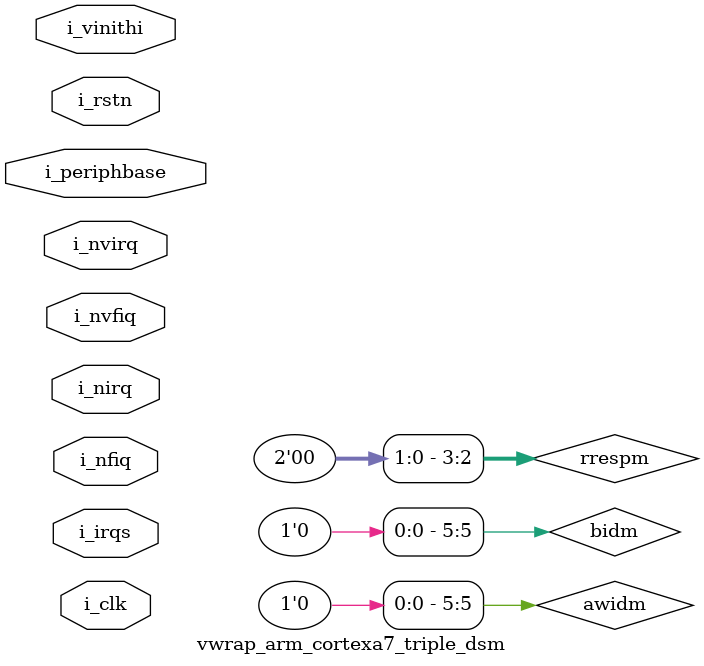
<source format=v>
`timescale 1ns/10ps

module vwrap_arm_cortexa7_triple_dsm
(
    input  wire          i_clk ,
    input  wire          i_rstn,
    input  wire  [3:0]   i_vinithi,
    input  wire  [39:15] i_periphbase,
    input  wire  [479:0] i_irqs,
    input  wire  [3:0]   i_nfiq,
    input  wire  [3:0]   i_nirq,
    input  wire  [3:0]   i_nvfiq,
    input  wire  [3:0]   i_nvirq

);

    parameter IW = 6;
    wire         #(0.1) arreadym;
    wire         #(0.1) arvalidm;
    wire [39:0]  #(0.1) araddrm;
    wire [7:0]   #(0.1) arlenm;
    wire [2:0]   #(0.1) arsizem;
    wire [1:0]   #(0.1) arburstm;
    wire         #(0.1) arlockm;
    wire [3:0]   #(0.1) arcachem;
    wire [2:0]   #(0.1) arprotm;
    wire [IW-1:0]#(0.1) aridm;
    wire [3:0]   #(0.1) arsnoopm;
    wire [1:0]   #(0.1) ardomainm;
    wire [1:0]   #(0.1) arbarm;
    wire         #(0.1) rvalidm;
    wire         #(0.1) rlastm;
    wire [127:0] #(0.1) rdatam;
    wire [3:0]   #(0.1) rrespm;
    wire [IW-1:0]#(0.1) ridm;
    wire         #(0.1) rreadym;
    wire         #(0.1) awreadym;
    wire         #(0.1) awvalidm;
    wire [39:0]  #(0.1) awaddrm;
    wire [7:0]   #(0.1) awlenm;
    wire [2:0]   #(0.1) awsizem;
    wire [1:0]   #(0.1) awburstm;
    wire         #(0.1) awlockm;
    wire [3:0]   #(0.1) awcachem;
    wire [2:0]   #(0.1) awprotm;
    wire [IW-1:0]#(0.1) awidm;
    wire [2:0]   #(0.1) awsnoopm;
    wire [1:0]   #(0.1) awdomainm;
    wire [1:0]   #(0.1) awbarm;
    wire         #(0.1) wreadym;
    wire         #(0.1) wvalidm;
    wire         #(0.1) wlastm;
    wire [127:0] #(0.1) wdatam;
    wire [15:0]  #(0.1) wstrbm;
    wire [4:0]   #(0.1) widm;
    wire         #(0.1) bvalidm;
    wire [1:0]   #(0.1) brespm;
    wire [IW-1:0]#(0.1) bidm;
    wire         #(0.1) breadym;

    assign  awidm[5] = 1'b0;
    assign  bidm[5] = 1'b0;

    assign  rrespm[3:2] = 2'b0;

    //--------------------------------------------------------------------------
    // cortexa7_triple_dsm - @mark
    //--------------------------------------------------------------------------

    CORTEXA7TRIPLE_WRAP    u_cortexa7_triple
    (
        // clock
        .CLKIN                    (i_clk            ),
        
        // reset
        .nCOREPORESET             ({3'b0,i_rstn}        ),
        .nCORERESET               ({3'b0,i_rstn}        ),
        .nDBGRESET                ({3'b0,i_rstn}        ),
        .nL2RESET                 (i_rstn             ),
        
        .L1RSTDISABLE             (4'b0               ),
        .L2RSTDISABLE             (1'b0               ),
        // configuration signal
        .CFGEND                   (4'b0               ),
        .VINITHI                  (i_vinithi          ),
        .CFGTE                    (4'b0               ),
        .CLUSTERID                (4'b0        ),
        .CP15SDISABLE             (4'b0        ),
        .SMPnAMP                  (            ),
        // generic int. ctrl.
        .CFGSDISABLE              (1'b0               ),
        .IRQS                     (i_irqs             ),
        .nFIQ                     (i_nfiq             ),
        .nIRQ                     (i_nirq             ),
        .nFIQOUT                  (                   ),
        .nIRQOUT                  (                   ),
        .nVFIQ                    (i_nvfiq            ),
        .nVIRQ                    (i_nvirq            ),
        .PERIPHBASE               (i_periphbase       ),
        // generic timers i/f
        .nCNTHPIRQ                (                   ),
        .nCNTPNSIRQ               (                   ),
        .nCNTPSIRQ                (                   ),
        .nCNTVIRQ                 (                   ),
        .CNTVALUEB                (64'b0              ),
        // power control signals
        .EVENTI                   (1'b0           ),
        .EVENTO                   (                   ),
        .STANDBYWFI               (                   ),
        .STANDBYWFE               (                   ),
        .STANDBYWFIL2             (                   ),
        .DBGNOPWRDWN              (                   ),
        .DBGPWRUPREQ              (                   ),
        // ace: clock & config
        .ACLKENM                  (i_clk              ),
        .ACINACTM                 (1'b0               ),
        .BROADCASTINNER           (1'b0               ),
        .BROADCASTOUTER           (1'b0               ),
        .BROADCASTCACHEMAINT      (1'b0               ),
        .SYSBARDISABLE            (1'b1               ),
        // ace: async
        .nAXIERRIRQ               (                   ),
        // ace: write address ch
        .AWADDRM                  (  awaddrm          ),
        .AWBARM                   (  awbarm           ),
        .AWBURSTM                 (  awburstm         ),
        .AWCACHEM                 (  awcachem         ),
        .AWDOMAINM                (  awdomainm        ),
        .AWIDM                    (  awidm[4:0]       ),
        .AWLENM                   (  awlenm           ),
        .AWLOCKM                  (  awlockm          ),
        .AWPROTM                  (  awprotm          ),
        .AWREADYM                 (  awreadym         ),
        .AWSIZEM                  (  awsizem          ),
        .AWSNOOPM                 (  awsnoopm         ),
        .AWVALIDM                 (  awvalidm         ),
        // ace: write data ch
        .WDATAM                   (  wdatam           ),
        .WIDM                     (  widm             ),
        .WLASTM                   (  wlastm           ),
        .WREADYM                  (  wreadym          ),
        .WSTRBM                   (  wstrbm           ),
        .WVALIDM                  (  wvalidm          ),
        // ace: write data resp ch
        .BIDM                     (  bidm[4:0]        ),
        .BREADYM                  (  breadym          ),
        .BRESPM                   (  brespm           ),
        .BVALIDM                  (  bvalidm          ),
        // ace: read address ch
        .ARADDRM                  (  araddrm          ),
        .ARBARM                   (  arbarm           ),
        .ARBURSTM                 (  arburstm         ),
        .ARCACHEM                 (  arcachem         ),
        .ARDOMAINM                (  ardomainm        ),
        .ARIDM                    (  aridm            ),
        .ARLENM                   (  arlenm           ),
        .ARLOCKM                  (  arlockm          ),
        .ARPROTM                  (  arprotm          ),
        .ARREADYM                 (  arreadym         ),
        .ARSIZEM                  (  arsizem          ),
        .ARSNOOPM                 (  arsnoopm         ),
        .ARVALIDM                 (  arvalidm         ),
        // ace: read data ch
        .RDATAM                   (  rdatam           ),
        .RIDM                     (  ridm             ),
        .RLASTM                   (  rlastm           ),
        .RREADYM                  (  rreadym          ),
        .RRESPM                   (  rrespm           ),
        .RVALIDM                  (  rvalidm          ),
        // ace: snoop adress ch
        .ACADDRM                  (40'h0                ),
        .ACPROTM                  (3'b000               ),
        .ACREADYM                 (                     ),
        .ACSNOOPM                 (4'b0000              ),
        .ACVALIDM                 (1'b0                 ),
        // ace: snoop resp ch
        .CRREADYM                 (1'b1                 ),
        .CRVALIDM                 (                     ),
        .CRRESPM                  (                     ),
        // snoop data channel signal
        .CDDATAM                  (                     ),
        .CDLASTM                  (                     ),
        .CDREADYM                 (1'b1                 ),
        .CDVALIDM                 (                     ),
        // ace: r/w ack
        .RACKM                    (                     ),
        .WACKM                    (                     ),
        // ext. debug: apb i/f
        .PADDRDBG                 (15'b0  ),
        .PADDRDBG31               (1'b0   ),
        .PCLKENDBG                (1'b0        ),
        .PENABLEDBG               (1'b0   ),
        .PRDATADBG                (       ),
        .PREADYDBG                (       ),
        .PSELDBG                  (1'b0   ),
        .PSLVERRDBG               (       ),
        .PWDATADBG                (32'b0  ),
        .PWRITEDBG                (1'b0   ),
        // ext. debug: auth
        .DBGEN                    (4'hF          ),
        .NIDEN                    (4'hF          ),
        .SPIDEN                   (4'hF          ),
        .SPNIDEN                  (4'hF          ),
        // ext. debug: misc
        .COMMRX                   (              ),
        .COMMTX                   (              ),
        .DBGACK                   (              ),
        .DBGSWENABLE              (4'hF          ),
        .EDBGRQ                   (4'b0          ),
        .DBGROMADDR               (28'b0         ),
        .DBGROMADDRV              (1'b0          ),
        .DBGSELFADDR              (23'b0         ),
        .DBGSELFADDRV             (1'b0          ),
        .DBGRESTART               (4'b0          ),
        .DBGRESTARTED             (              ),
        .DBGTRIGGER               (              ),
        // etm
        // pmu
        .nPMUIRQ                  (              ),
        // dft: i/f
        .DFTSE                    (1'b0          ),
        .DFTRSTDISABLE            (1'b0          ),
        .DFTRAMHOLD               (1'b0          ),
        // dft: mbist
        //---------------------------------------------------------------------
        // not exist in CORTEXA7
        //---------------------------------------------------------------------
        // clock and reset signals
        .ATCLKEN                  (1'b1               ),
        .nETMRESET                ({3'b0,i_rstn}      ),
        .nSOCDBGRESET             (i_rstn             ),
        // power control
        .DBGPWRDUP                ({3'b0,i_rstn}        ),
        // timer
        .TSVALUEB                 (64'b0              ),
        // etm
        .ETMEN                    (                   ),
        .ETMPWRUPREQ              (                   ),
        .ETMSTANDBYWFX            (                   ),
        .ETMFIFOPEEK0             (                   ),
        .ETMFIFOPEEK1             (                   ),
        .ETMFIFOPEEK2             (                   ),
        .ETMFIFOPEEK3             (                   ),
        .ETMASICCTL0              (                   ),
        .ETMASICCTL1              (                   ),
        .ETMASICCTL2              (                   ),
        .ETMASICCTL3              (                   ),
        .ETMPWRUP                 (                   ),
        .ETMEXTOUT0               (                   ),
        .ETMEXTOUT1               (                   ),
        .ETMEXTOUT2               (                   ),
        .ETMEXTOUT3               (                   ),
        .PMUEVENT0                (                   ),
        .PMUEVENT1                (                   ),
        .PMUEVENT2                (                   ),
        .PMUEVENT3                (                   ),
        // coresight(funnel) <-> cortex
        .ATVALIDM0                (        ),
        .ATVALIDM1                (        ),
        .ATVALIDM2                (        ),
        .ATVALIDM3                (        ),
        .ATREADYM0                (1'b1    ),
        .ATREADYM1                (1'b1    ),
        .ATREADYM2                (1'b1    ),
        .ATREADYM3                (1'b1    ),
        .ATDATAM0                 (        ),
        .ATDATAM1                 (        ),
        .ATDATAM2                 (        ),
        .ATDATAM3                 (        ),
        .ATBYTESM0                (        ),
        .ATBYTESM1                (        ),
        .ATBYTESM2                (        ),
        .ATBYTESM3                (        ),
        .ATIDM0                   (        ),
        .ATIDM1                   (        ),
        .ATIDM2                   (        ),
        .ATIDM3                   (        ),
        .AFVALIDM0                (1'b0    ),
        .AFVALIDM1                (1'b0    ),
        .AFVALIDM2                (1'b0    ),
        .AFVALIDM3                (1'b0    ),
        .AFREADYM0                (        ),
        .AFREADYM1                (        ),
        .AFREADYM2                (        ),
        .AFREADYM3                (        ),
        // coresight(ctisync) <-> cortex
        .CTICHIN                  (4'b0    ),
        .CTICHOUTACK              (4'b0    ),
        .CTICHOUT                 (        ),
        .CTICHINACK               (        ),
        .CIHSBYPASS               (4'b0000 ),
        .CISBYPASS                (1'b0    ),
        .CTIASICCTL0              (        ),
        .CTIASICCTL1              (        ),
        .CTIASICCTL2              (        ),
        .CTIASICCTL3              (        ),
        .CTIEXTTRIGACK            (4'b0000 ),
        .CTIEXTTRIG               (        ),
        .nCTIIRQ                  (        ),
        .MAXEXTIN                 (3'b000  ),
        .MAXEXTOUT                (2'b00   ),
        .TSCLKCHANGE              (1'b0    ),
        .SYNCREQ                  (4'b0000 ),
        // MBIST Interface
        .nMBISTRESET    (1'b1),
        .MBISTREQ       (1'b0),
//`ifdef __RTL_FUNC_SIMULATION__
        .MBISTADDR      (14'h0),
        .MBISTINDATA    (86'h0),
        .MBISTOUTDATA   (),
        .MBISTWRITEEN   (1'b0),
        .MBISTREADEN    (1'b0),
        .MBISTARRAY     (9'b0),
        .MBISTBE        (4'b0),
        .MBISTCFG       (1'b0),
//`else        
//        .MBISTOUTDATA   (),
//`endif// __RTL_FUNC_SIMULATION__ 
        .MBISTACK       (),
        // @modified martin memory ema, dft port add
        .RA1_MEM_EMA        (3'b010),
        .RA1_MEM_EMAW       (2'b01 ),
        .RA1_MEM_EMAS       (1'b0  ),
        .RF1_MEM_EMA        (3'b010),
        .RF1_MEM_EMAW       (2'b01 ),
        .RF1_MEM_EMAS       (1'b0  ),
        .DFTRAMBYP          (1'b0  ),
        .PGEN               (3'b0  ),
        .RET1N              (3'h7  ),
        .RET2N              (3'h7  )

    );


    //--------------------------------------------------------------------------
    // vbus - @mark
    //--------------------------------------------------------------------------
    vbus_si_axi
    #(.IW(IW),            // ID Width
      .AW(32))           // Address Width
    vbus_si_axi_cortex
    (
        .i_aclk     (i_clk),
        .i_aresetn  (i_rstn),
        .i_awid     (awidm   ),
        .i_awaddr   (awaddrm[31:0]),
        .i_awburst  (awburstm),
        .i_awlen    (awlenm  ),
        .i_awsize   (awsizem ),
        .i_awprot   (awprotm ),
        .i_awvalid  (awvalidm),
        .o_awready  (awreadym),
        .i_wdata    (wdatam  ),
        .i_wstrb    (wstrbm  ),
        .i_wlast    (wlastm  ),
        .i_wvalid   (wvalidm ),
        .o_wready   (wreadym ),
        .o_bid      (bidm    ),
        .o_bresp    (brespm  ),
        .o_bvalid   (bvalidm ),
        .i_bready   (breadym ),
        .i_arid     (aridm   ),
        .i_araddr   (araddrm[31:0]),
        .i_arlen    (arlenm  ),
        .i_arsize   (arsizem ),
        .i_arburst  (arburstm),
        .i_arprot   (arprotm ),
        .i_arvalid  (arvalidm),
        .o_arready  (arreadym),
        .o_rid      (ridm    ),
        .o_rdata    (rdatam  ),
        .o_rresp    (rrespm[1:0]),
        .o_rlast    (rlastm  ),
        .o_rvalid   (rvalidm ),
        .i_rready   (rreadym )
    );

endmodule


</source>
